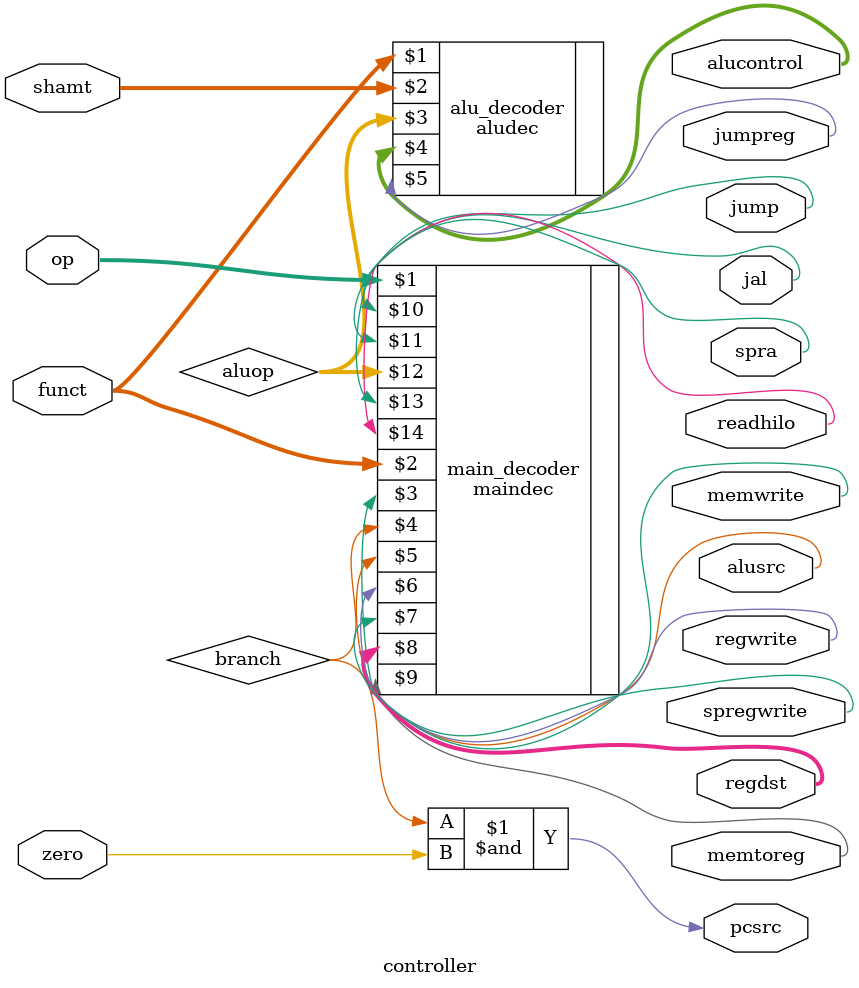
<source format=v>
`timescale 1ns / 1ps
module controller(
input [5:0] op, funct,
input [4:0] shamt,
input zero,
output memwrite,
output pcsrc, alusrc,
output regwrite, spregwrite,
output [1:0] regdst, 
output memtoreg,
output jump, jal, jumpreg,
output [3:0] alucontrol,
output spra, readhilo
);
wire [3:0] aluop;
wire branch;
maindec main_decoder(op, funct, memwrite, branch, alusrc, regwrite, spregwrite, regdst, memtoreg, jump, jal, aluop, spra, readhilo);
aludec alu_decoder(funct, shamt, aluop, alucontrol, jumpreg);
assign pcsrc = branch & zero;
endmodule

</source>
